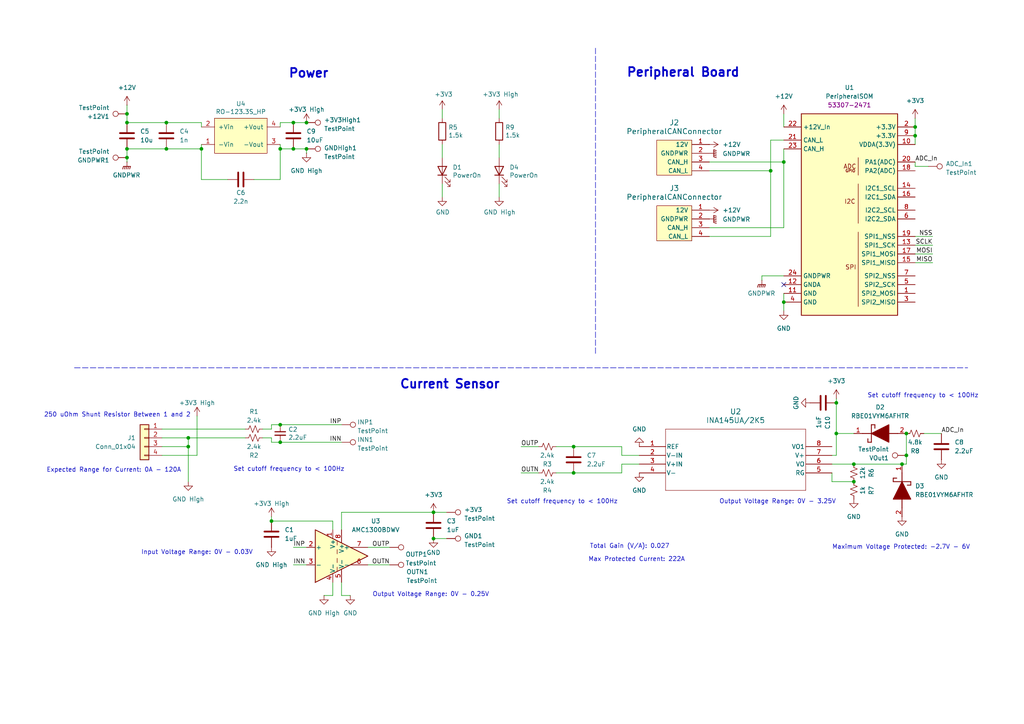
<source format=kicad_sch>
(kicad_sch (version 20231120) (generator "eeschema") (generator_version "8.0")
  (paper "A4")
  (lib_symbols
    (symbol "+3V3_1" (power) (pin_numbers hide) (pin_names (offset 0) hide)
      (property "Value" "+3V3" (at 0 3.556 0))
      (symbol "+3V3_1_0_1"
        (polyline (pts (xy -0.762 1.27) (xy 0 2.54)))
        (polyline (pts (xy 0 0) (xy 0 2.54)))
        (polyline (pts (xy 0 2.54) (xy 0.762 1.27)))
      )
      (symbol "+3V3_1_1_1"
        (pin power_in line (at 0 0 90) (length 0) (name "~") (number "1"))
      )
    )
    (symbol "Amplifier_Difference:AMC1300BDWV" (pin_names (offset 0.127))
      (property "Reference" "U" (at 7.62 8.89 0))
      (property "Value" "AMC1300BDWV" (at 1.27 6.35 0))
      (symbol "AMC1300BDWV_0_1"
        (polyline (pts (xy -1.27 -3.175) (xy -1.27 -4.445)))
        (polyline (pts (xy -1.27 -0.635) (xy -1.27 -1.905)))
        (polyline (pts (xy -1.27 1.905) (xy -1.27 0.635)))
        (polyline (pts (xy -1.27 4.445) (xy -1.27 3.175)))
        (polyline (pts (xy -7.62 -7.62) (xy -7.62 7.62) (xy 7.62 0) (xy -7.62 -7.62)) (stroke (width 0.254)) (fill (type background)))
      )
      (symbol "AMC1300BDWV_1_1"
        (pin power_in line (at -2.54 7.62 270) (length 2.54) (name "V+") (number "1"))
        (pin input line (at -10.16 2.54 0) (length 2.54) (name "+") (number "2"))
        (pin input line (at -10.16 -2.54 0) (length 2.54) (name "-") (number "3"))
        (pin power_in line (at -2.54 -7.62 90) (length 2.54) (name "V-") (number "4"))
        (pin power_in line (at 0 -7.62 90) (length 3.81) (name "V-") (number "5"))
        (pin output line (at 7.62 -2.54 180) (length 5.08) (name "-") (number "6"))
        (pin output line (at 7.62 2.54 180) (length 5.08) (name "+") (number "7"))
        (pin power_in line (at 0 7.62 270) (length 3.81) (name "V+") (number "8"))
      )
    )
    (symbol "Connector:TestPoint" (pin_numbers hide) (pin_names (offset 0.762) hide)
      (property "Reference" "TP" (at 0 6.858 0))
      (property "Value" "TestPoint" (at 0 5.08 0))
      (symbol "TestPoint_0_1"
        (circle (center 0 3.302) (radius 0.762))
      )
      (symbol "TestPoint_1_1"
        (pin passive line (at 0 0 90) (length 2.54) (name "1") (number "1"))
      )
    )
    (symbol "Connector_Generic:Conn_01x04" (pin_names (offset 1.016) hide)
      (property "Reference" "J" (at 0 5.08 0))
      (property "Value" "Conn_01x04" (at 0 -7.62 0))
      (symbol "Conn_01x04_1_1"
        (rectangle (start -1.27 -4.953) (end 0 -5.207) (stroke (width 0.1524)))
        (rectangle (start -1.27 -2.413) (end 0 -2.667) (stroke (width 0.1524)))
        (rectangle (start -1.27 0.127) (end 0 -0.127) (stroke (width 0.1524)))
        (rectangle (start -1.27 2.667) (end 0 2.413) (stroke (width 0.1524)))
        (rectangle (start -1.27 3.81) (end 1.27 -6.35) (stroke (width 0.254)) (fill (type background)))
        (pin passive line (at -5.08 2.54 0) (length 3.81) (name "Pin_1") (number "1"))
        (pin passive line (at -5.08 0 0) (length 3.81) (name "Pin_2") (number "2"))
        (pin passive line (at -5.08 -2.54 0) (length 3.81) (name "Pin_3") (number "3"))
        (pin passive line (at -5.08 -5.08 0) (length 3.81) (name "Pin_4") (number "4"))
      )
    )
    (symbol "Device:C" (pin_numbers hide) (pin_names (offset 0.254))
      (property "Reference" "C" (at 0.635 2.54 0))
      (property "Value" "C" (at 0.635 -2.54 0))
      (symbol "C_0_1"
        (polyline (pts (xy -2.032 -0.762) (xy 2.032 -0.762)) (stroke (width 0.508)))
        (polyline (pts (xy -2.032 0.762) (xy 2.032 0.762)) (stroke (width 0.508)))
      )
      (symbol "C_1_1"
        (pin passive line (at 0 3.81 270) (length 2.794) (name "~") (number "1"))
        (pin passive line (at 0 -3.81 90) (length 2.794) (name "~") (number "2"))
      )
    )
    (symbol "Device:C_Small" (pin_numbers hide) (pin_names (offset 0.254) hide)
      (property "Reference" "C" (at 0.254 1.778 0))
      (property "Value" "C_Small" (at 0.254 -2.032 0))
      (symbol "C_Small_0_1"
        (polyline (pts (xy -1.524 -0.508) (xy 1.524 -0.508)) (stroke (width 0.3302)))
        (polyline (pts (xy -1.524 0.508) (xy 1.524 0.508)) (stroke (width 0.3048)))
      )
      (symbol "C_Small_1_1"
        (pin passive line (at 0 2.54 270) (length 2.032) (name "~") (number "1"))
        (pin passive line (at 0 -2.54 90) (length 2.032) (name "~") (number "2"))
      )
    )
    (symbol "Device:LED" (pin_numbers hide) (pin_names (offset 1.016) hide)
      (property "Reference" "D" (at 0 2.54 0))
      (property "Value" "LED" (at 0 -2.54 0))
      (symbol "LED_0_1"
        (polyline (pts (xy -1.27 -1.27) (xy -1.27 1.27)) (stroke (width 0.254)))
        (polyline (pts (xy -1.27 0) (xy 1.27 0)))
        (polyline (pts (xy 1.27 -1.27) (xy 1.27 1.27) (xy -1.27 0) (xy 1.27 -1.27)) (stroke (width 0.254)))
        (polyline (pts (xy -3.048 -0.762) (xy -4.572 -2.286) (xy -3.81 -2.286) (xy -4.572 -2.286) (xy -4.572 -1.524)))
        (polyline (pts (xy -1.778 -0.762) (xy -3.302 -2.286) (xy -2.54 -2.286) (xy -3.302 -2.286) (xy -3.302 -1.524)))
      )
      (symbol "LED_1_1"
        (pin passive line (at -3.81 0 0) (length 2.54) (name "K") (number "1"))
        (pin passive line (at 3.81 0 180) (length 2.54) (name "A") (number "2"))
      )
    )
    (symbol "Device:R" (pin_numbers hide) (pin_names (offset 0))
      (property "Reference" "R" (at 2.032 0 90))
      (property "Value" "R" (at 0 0 90))
      (symbol "R_0_1"
        (rectangle (start -1.016 -2.54) (end 1.016 2.54) (stroke (width 0.254)))
      )
      (symbol "R_1_1"
        (pin passive line (at 0 3.81 270) (length 1.27) (name "~") (number "1"))
        (pin passive line (at 0 -3.81 90) (length 1.27) (name "~") (number "2"))
      )
    )
    (symbol "Device:R_Small_US" (pin_numbers hide) (pin_names (offset 0.254) hide)
      (property "Reference" "R" (at 0.762 0.508 0))
      (property "Value" "R_Small_US" (at 0.762 -1.016 0))
      (symbol "R_Small_US_1_1"
        (polyline (pts (xy 0 0) (xy 1.016 -0.381) (xy 0 -0.762) (xy -1.016 -1.143) (xy 0 -1.524)))
        (polyline (pts (xy 0 1.524) (xy 1.016 1.143) (xy 0 0.762) (xy -1.016 0.381) (xy 0 0)))
        (pin passive line (at 0 2.54 270) (length 1.016) (name "~") (number "1"))
        (pin passive line (at 0 -2.54 90) (length 1.016) (name "~") (number "2"))
      )
    )
    (symbol "GND_2" (power) (pin_numbers hide) (pin_names (offset 0) hide)
      (property "Value" "GND" (at 0 -3.81 0))
      (symbol "GND_2_0_1"
        (polyline (pts (xy 0 0) (xy 0 -1.27) (xy 1.27 -1.27) (xy 0 -2.54) (xy -1.27 -1.27) (xy 0 -1.27)))
      )
      (symbol "GND_2_1_1"
        (pin power_in line (at 0 0 270) (length 0) (name "~") (number "1"))
      )
    )
    (symbol "GND_3" (power) (pin_numbers hide) (pin_names (offset 0) hide)
      (property "Value" "GND" (at 0 -3.81 0))
      (symbol "GND_3_0_1"
        (polyline (pts (xy 0 0) (xy 0 -1.27) (xy 1.27 -1.27) (xy 0 -2.54) (xy -1.27 -1.27) (xy 0 -1.27)))
      )
      (symbol "GND_3_1_1"
        (pin power_in line (at 0 0 270) (length 0) (name "~") (number "1"))
      )
    )
    (symbol "power:+12V" (power) (pin_numbers hide) (pin_names (offset 0) hide)
      (property "Value" "+12V" (at 0 3.556 0))
      (symbol "+12V_0_1"
        (polyline (pts (xy -0.762 1.27) (xy 0 2.54)))
        (polyline (pts (xy 0 0) (xy 0 2.54)))
        (polyline (pts (xy 0 2.54) (xy 0.762 1.27)))
      )
      (symbol "+12V_1_1"
        (pin power_in line (at 0 0 90) (length 0) (name "~") (number "1"))
      )
    )
    (symbol "power:+3.3V" (power) (pin_names (offset 0))
      (property "Value" "+3.3V" (at 0 3.556 0))
      (symbol "+3.3V_0_1"
        (polyline (pts (xy -0.762 1.27) (xy 0 2.54)))
        (polyline (pts (xy 0 0) (xy 0 2.54)))
        (polyline (pts (xy 0 2.54) (xy 0.762 1.27)))
      )
      (symbol "+3.3V_1_1"
        (pin power_in line (at 0 0 90) (length 0) hide (name "+3V3") (number "1"))
      )
    )
    (symbol "power:+3V3" (power) (pin_names (offset 0))
      (property "Value" "+3V3" (at 0 3.556 0))
      (symbol "+3V3_0_1"
        (polyline (pts (xy -0.762 1.27) (xy 0 2.54)))
        (polyline (pts (xy 0 0) (xy 0 2.54)))
        (polyline (pts (xy 0 2.54) (xy 0.762 1.27)))
      )
      (symbol "+3V3_1_1"
        (pin power_in line (at 0 0 90) (length 0) hide (name "+3V3") (number "1"))
      )
    )
    (symbol "power:GND" (power) (pin_names (offset 0))
      (property "Value" "GND" (at 0 -3.81 0))
      (symbol "GND_0_1"
        (polyline (pts (xy 0 0) (xy 0 -1.27) (xy 1.27 -1.27) (xy 0 -2.54) (xy -1.27 -1.27) (xy 0 -1.27)))
      )
      (symbol "GND_1_1"
        (pin power_in line (at 0 0 270) (length 0) hide (name "GND") (number "1"))
      )
    )
    (symbol "power:GNDPWR" (power) (pin_numbers hide) (pin_names (offset 0) hide)
      (property "Value" "GNDPWR" (at 0 -3.302 0))
      (symbol "GNDPWR_0_1"
        (polyline (pts (xy 0 -1.27) (xy 0 0)))
        (polyline (pts (xy -1.016 -1.27) (xy -1.27 -2.032) (xy -1.27 -2.032)) (stroke (width 0.2032)))
        (polyline (pts (xy -0.508 -1.27) (xy -0.762 -2.032) (xy -0.762 -2.032)) (stroke (width 0.2032)))
        (polyline (pts (xy 0 -1.27) (xy -0.254 -2.032) (xy -0.254 -2.032)) (stroke (width 0.2032)))
        (polyline (pts (xy 0.508 -1.27) (xy 0.254 -2.032) (xy 0.254 -2.032)) (stroke (width 0.2032)))
        (polyline (pts (xy 1.016 -1.27) (xy -1.016 -1.27) (xy -1.016 -1.27)) (stroke (width 0.2032)))
        (polyline (pts (xy 1.016 -1.27) (xy 0.762 -2.032) (xy 0.762 -2.032) (xy 0.762 -2.032)) (stroke (width 0.2032)))
      )
      (symbol "GNDPWR_1_1"
        (pin power_in line (at 0 0 270) (length 0) (name "~") (number "1"))
      )
    )
    (symbol "usvt-chips:INA145UA_2K5" (pin_names (offset 0.254))
      (property "Reference" "U" (at 27.94 10.16 0))
      (property "Value" "INA145UA/2K5" (at 27.94 7.62 0))
      (symbol "INA145UA_2K5_0_1"
        (polyline (pts (xy 7.62 -12.7) (xy 48.26 -12.7)) (stroke (width 0.127)))
        (polyline (pts (xy 7.62 5.08) (xy 7.62 -12.7)) (stroke (width 0.127)))
        (polyline (pts (xy 48.26 -12.7) (xy 48.26 5.08)) (stroke (width 0.127)))
        (polyline (pts (xy 48.26 5.08) (xy 7.62 5.08)) (stroke (width 0.127)))
        (pin unspecified line (at 0 0 0) (length 7.62) (name "REF") (number "1"))
        (pin input line (at 0 -2.54 0) (length 7.62) (name "V-IN") (number "2"))
        (pin input line (at 0 -5.08 0) (length 7.62) (name "V+IN") (number "3"))
        (pin power_in line (at 0 -7.62 0) (length 7.62) (name "V-") (number "4"))
        (pin unspecified line (at 55.88 -7.62 180) (length 7.62) (name "RG") (number "5"))
        (pin output line (at 55.88 -5.08 180) (length 7.62) (name "VO") (number "6"))
        (pin power_in line (at 55.88 -2.54 180) (length 7.62) (name "V+") (number "7"))
        (pin output line (at 55.88 0 180) (length 7.62) (name "VO1") (number "8"))
      )
    )
    (symbol "usvt-chips:RBE01VYM6AFHTR" (pin_names hide)
      (property "Reference" "D" (at 12.7 8.89 0))
      (property "Value" "RBE01VYM6AFHTR" (at 12.7 6.35 0))
      (symbol "RBE01VYM6AFHTR_1_1"
        (polyline (pts (xy 5.08 0) (xy 7.62 0)) (stroke (width 0.254)))
        (polyline (pts (xy 6.604 -1.524) (xy 6.604 -2.54)) (stroke (width 0.254)))
        (polyline (pts (xy 7.62 -2.54) (xy 6.604 -2.54)) (stroke (width 0.254)))
        (polyline (pts (xy 7.62 2.54) (xy 7.62 -2.54)) (stroke (width 0.254)))
        (polyline (pts (xy 7.62 2.54) (xy 8.636 2.54)) (stroke (width 0.254)))
        (polyline (pts (xy 8.636 1.524) (xy 8.636 2.54)) (stroke (width 0.254)))
        (polyline (pts (xy 12.7 0) (xy 15.24 0)) (stroke (width 0.254)))
        (polyline (pts (xy 7.62 0) (xy 12.7 2.54) (xy 12.7 -2.54) (xy 7.62 0)) (stroke (width 0.254)) (fill (type outline)))
        (pin passive line (at 2.54 0 0) (length 2.54) (name "K") (number "1"))
        (pin passive line (at 17.78 0 180) (length 2.54) (name "A") (number "2"))
      )
    )
    (symbol "utsvt-connectors:PeripheralCANConnector" (pin_names (offset 1.016))
      (property "Reference" "J" (at 1.27 -6.35 0))
      (property "Value" "PeripheralCANConnector" (at 0 6.35 0))
      (symbol "PeripheralCANConnector_0_1"
        (rectangle (start -5.08 5.08) (end 5.08 -5.08) (fill (type background)))
      )
      (symbol "PeripheralCANConnector_1_1"
        (pin power_in line (at 10.16 3.81 180) (length 5.08) (name "12V") (number "1"))
        (pin power_in line (at 10.16 1.27 180) (length 5.08) (name "GNDPWR") (number "2"))
        (pin bidirectional line (at 10.16 -1.27 180) (length 5.08) (name "CAN_H") (number "3"))
        (pin bidirectional line (at 10.16 -3.81 180) (length 5.08) (name "CAN_L") (number "4"))
      )
    )
    (symbol "utsvt-misc:PeripheralSOM"
      (property "Reference" "U" (at -13.716 30.48 0))
      (property "Value" "PeripheralSOM" (at 7.112 30.48 0))
      (property "P/N" "53307-2471" (at 0 0 0))
      (symbol "PeripheralSOM_1_1"
        (rectangle (start -13.97 29.21) (end 13.97 -29.21) (stroke (width 0.254)) (fill (type background)))
        (polyline (pts (xy 2.54 -5.08) (xy 2.54 -26.67)))
        (polyline (pts (xy 2.54 8.89) (xy 2.54 -2.54)))
        (polyline (pts (xy 2.54 16.51) (xy 2.54 11.43)))
        (text "ADC" (at 2.032 13.97 0) (effects (font (size 1.27 1.27)) (justify right)))
        (text "GPIO" (at 1.778 12.7 0) (effects (font (size 0.8 0.8)) (justify right)))
        (text "I2C" (at 1.778 3.81 0) (effects (font (size 1.27 1.27)) (justify right)))
        (text "SPI" (at 2.032 -15.24 0) (effects (font (size 1.27 1.27)) (justify right)))
        (pin passive line (at 19.05 -22.86 180) (length 5.08) (name "SPI2_MOSI") (number "1"))
        (pin passive line (at 19.05 20.32 180) (length 5.08) (name "VDDA(3.3V)") (number "10"))
        (pin output line (at -19.05 -22.86 0) (length 5.08) (name "GND") (number "11"))
        (pin output line (at -19.05 -20.32 0) (length 5.08) (name "GNDA") (number "12"))
        (pin passive line (at 19.05 -8.89 180) (length 5.08) (name "SPI1_SCK") (number "13"))
        (pin passive line (at 19.05 7.62 180) (length 5.08) (name "I2C1_SCL") (number "14"))
        (pin passive line (at 19.05 -13.97 180) (length 5.08) (name "SPI1_MISO") (number "15"))
        (pin passive line (at 19.05 5.08 180) (length 5.08) (name "I2C1_SDA") (number "16"))
        (pin passive line (at 19.05 -11.43 180) (length 5.08) (name "SPI1_MOSI") (number "17"))
        (pin passive line (at 19.05 12.7 180) (length 5.08) (name "PA2(ADC)") (number "18"))
        (pin passive line (at 19.05 -6.35 180) (length 5.08) (name "SPI1_NSS") (number "19"))
        (pin passive line (at 19.05 25.4 180) (length 5.08) (name "+3.3V") (number "2"))
        (pin passive line (at 19.05 15.24 180) (length 5.08) (name "PA1(ADC)") (number "20"))
        (pin passive line (at -19.05 21.59 0) (length 5.08) (name "CAN_L") (number "21"))
        (pin input line (at -19.05 25.4 0) (length 5.08) (name "+12V_In") (number "22"))
        (pin passive line (at -19.05 19.05 0) (length 5.08) (name "CAN_H") (number "23"))
        (pin passive line (at -19.05 -17.78 0) (length 5.08) (name "GNDPWR") (number "24"))
        (pin passive line (at 19.05 -25.4 180) (length 5.08) (name "SPI2_MISO") (number "3"))
        (pin output line (at -19.05 -25.4 0) (length 5.08) (name "GND") (number "4"))
        (pin passive line (at 19.05 -20.32 180) (length 5.08) (name "SPI2_SCK") (number "5"))
        (pin passive line (at 19.05 -1.27 180) (length 5.08) (name "I2C2_SDA") (number "6"))
        (pin passive line (at 19.05 -17.78 180) (length 5.08) (name "SPI2_NSS") (number "7"))
        (pin passive line (at 19.05 1.27 180) (length 5.08) (name "I2C2_SCL") (number "8"))
        (pin output line (at 19.05 22.86 180) (length 5.08) (name "+3.3V") (number "9"))
      )
    )
    (symbol "utsvt-power-regulators:RO-123.3S_HP" (pin_names (offset 1.016))
      (property "Reference" "U" (at 0 10.16 0))
      (property "Value" "RO-123.3S_HP" (at 0 7.62 0))
      (symbol "RO-123.3S_HP_1_1"
        (rectangle (start -7.62 5.08) (end 7.62 -5.08) (fill (type background)))
        (pin input line (at -11.43 -2.54 0) (length 3.81) (name "-Vin") (number "1"))
        (pin power_in line (at -11.43 2.54 0) (length 3.81) (name "+Vin") (number "2"))
        (pin power_out line (at 11.43 -2.54 180) (length 3.81) (name "-Vout") (number "3"))
        (pin power_out line (at 11.43 2.54 180) (length 3.81) (name "+Vout") (number "4"))
      )
    )
  )
  (junction (at 85.09 35.56))
  (junction (at 36.83 35.56))
  (junction (at 88.9 35.56))
  (junction (at 85.09 43.18))
  (junction (at 227.33 46.99))
  (junction (at 242.57 116.84))
  (junction (at 265.43 36.83))
  (junction (at 223.52 49.53))
  (junction (at 36.83 43.18))
  (junction (at 88.9 43.18))
  (junction (at 265.43 39.37))
  (junction (at 36.83 45.72))
  (junction (at 81.28 43.18))
  (junction (at 48.26 35.56))
  (junction (at 125.73 156.21))
  (junction (at 166.37 129.54))
  (junction (at 262.89 132.08))
  (junction (at 227.33 87.63))
  (junction (at 54.61 127))
  (junction (at 78.74 151.13))
  (junction (at 261.62 134.62))
  (junction (at 125.73 148.59))
  (junction (at 247.65 134.62))
  (junction (at 166.37 137.16))
  (junction (at 81.28 123.19))
  (junction (at 262.89 125.73))
  (junction (at 81.28 128.27))
  (junction (at 54.61 129.54))
  (junction (at 247.65 139.7))
  (junction (at 36.83 33.02))
  (junction (at 48.26 43.18))
  (junction (at 242.57 125.73))
  (junction (at 58.42 43.18))
  (no_connect (at 227.33 82.55))
  (wire (pts (xy 54.61 129.54) (xy 54.61 139.7)))
  (wire (pts (xy 129.54 148.59) (xy 125.73 148.59)))
  (wire (pts (xy 78.74 151.13) (xy 96.52 151.13)))
  (wire (pts (xy 205.74 66.04) (xy 227.33 66.04)))
  (wire (pts (xy 180.34 137.16) (xy 166.37 137.16)))
  (wire (pts (xy 48.26 43.18) (xy 58.42 43.18)))
  (wire (pts (xy 78.74 127) (xy 78.74 128.27)))
  (wire (pts (xy 128.27 31.75) (xy 128.27 34.29)))
  (wire (pts (xy 81.28 35.56) (xy 81.28 36.83)))
  (wire (pts (xy 144.78 41.91) (xy 144.78 45.72)))
  (wire (pts (xy 223.52 49.53) (xy 223.52 40.64)))
  (wire (pts (xy 265.43 48.26) (xy 265.43 46.99)))
  (wire (pts (xy 81.28 128.27) (xy 99.06 128.27)))
  (wire (pts (xy 262.89 125.73) (xy 262.89 132.08)))
  (wire (pts (xy 78.74 123.19) (xy 81.28 123.19)))
  (wire (pts (xy 96.52 153.67) (xy 96.52 151.13)))
  (wire (pts (xy 261.62 134.62) (xy 247.65 134.62)))
  (wire (pts (xy 220.98 80.01) (xy 220.98 81.28)))
  (wire (pts (xy 57.15 120.65) (xy 57.15 132.08)))
  (wire (pts (xy 58.42 35.56) (xy 58.42 36.83)))
  (wire (pts (xy 93.98 172.72) (xy 96.52 172.72)))
  (wire (pts (xy 76.2 127) (xy 78.74 127)))
  (wire (pts (xy 265.43 68.58) (xy 270.51 68.58)))
  (wire (pts (xy 99.06 148.59) (xy 125.73 148.59)))
  (wire (pts (xy 262.89 132.08) (xy 262.89 134.62)))
  (wire (pts (xy 247.65 139.7) (xy 241.3 139.7)))
  (wire (pts (xy 241.3 134.62) (xy 247.65 134.62)))
  (wire (pts (xy 54.61 127) (xy 71.12 127)))
  (wire (pts (xy 88.9 43.18) (xy 88.9 44.45)))
  (wire (pts (xy 180.34 134.62) (xy 185.42 134.62)))
  (wire (pts (xy 36.83 45.72) (xy 36.83 46.99)))
  (wire (pts (xy 227.33 66.04) (xy 227.33 46.99)))
  (wire (pts (xy 205.74 68.58) (xy 223.52 68.58)))
  (wire (pts (xy 85.09 158.75) (xy 88.9 158.75)))
  (wire (pts (xy 267.97 125.73) (xy 273.05 125.73)))
  (wire (pts (xy 46.99 129.54) (xy 54.61 129.54)))
  (wire (pts (xy 81.28 43.18) (xy 85.09 43.18)))
  (wire (pts (xy 265.43 34.29) (xy 265.43 36.83)))
  (wire (pts (xy 58.42 41.91) (xy 58.42 43.18)))
  (wire (pts (xy 96.52 172.72) (xy 96.52 168.91)))
  (wire (pts (xy 128.27 53.34) (xy 128.27 57.15)))
  (wire (pts (xy 81.28 43.18) (xy 81.28 41.91)))
  (wire (pts (xy 66.04 52.07) (xy 58.42 52.07)))
  (wire (pts (xy 265.43 73.66) (xy 270.51 73.66)))
  (wire (pts (xy 106.68 158.75) (xy 113.03 158.75)))
  (wire (pts (xy 76.2 124.46) (xy 78.74 124.46)))
  (wire (pts (xy 46.99 124.46) (xy 71.12 124.46)))
  (wire (pts (xy 265.43 36.83) (xy 265.43 39.37)))
  (wire (pts (xy 48.26 35.56) (xy 58.42 35.56)))
  (wire (pts (xy 57.15 132.08) (xy 46.99 132.08)))
  (wire (pts (xy 73.66 52.07) (xy 81.28 52.07)))
  (wire (pts (xy 58.42 43.18) (xy 58.42 52.07)))
  (wire (pts (xy 242.57 125.73) (xy 242.57 132.08)))
  (wire (pts (xy 78.74 124.46) (xy 78.74 123.19)))
  (wire (pts (xy 205.74 46.99) (xy 227.33 46.99)))
  (wire (pts (xy 227.33 46.99) (xy 227.33 43.18)))
  (wire (pts (xy 227.33 33.02) (xy 227.33 36.83)))
  (wire (pts (xy 180.34 132.08) (xy 185.42 132.08)))
  (polyline (pts (xy 21.59 106.68) (xy 280.67 106.68)) (stroke (width 0) (type dash)))
  (polyline (pts (xy 172.72 13.97) (xy 172.72 102.87)) (stroke (width 0) (type dash)))
  (wire (pts (xy 241.3 139.7) (xy 241.3 137.16)))
  (wire (pts (xy 144.78 53.34) (xy 144.78 57.15)))
  (wire (pts (xy 223.52 40.64) (xy 227.33 40.64)))
  (wire (pts (xy 161.29 137.16) (xy 166.37 137.16)))
  (wire (pts (xy 151.13 137.16) (xy 156.21 137.16)))
  (wire (pts (xy 81.28 123.19) (xy 99.06 123.19)))
  (wire (pts (xy 180.34 134.62) (xy 180.34 137.16)))
  (wire (pts (xy 85.09 35.56) (xy 88.9 35.56)))
  (wire (pts (xy 269.24 48.26) (xy 265.43 48.26)))
  (wire (pts (xy 227.33 80.01) (xy 220.98 80.01)))
  (wire (pts (xy 180.34 129.54) (xy 166.37 129.54)))
  (wire (pts (xy 161.29 129.54) (xy 166.37 129.54)))
  (wire (pts (xy 265.43 71.12) (xy 270.51 71.12)))
  (wire (pts (xy 99.06 153.67) (xy 99.06 148.59)))
  (wire (pts (xy 242.57 132.08) (xy 241.3 132.08)))
  (wire (pts (xy 242.57 115.57) (xy 242.57 116.84)))
  (wire (pts (xy 36.83 35.56) (xy 48.26 35.56)))
  (wire (pts (xy 85.09 43.18) (xy 88.9 43.18)))
  (wire (pts (xy 36.83 43.18) (xy 48.26 43.18)))
  (wire (pts (xy 265.43 76.2) (xy 270.51 76.2)))
  (wire (pts (xy 81.28 52.07) (xy 81.28 43.18)))
  (wire (pts (xy 78.74 149.86) (xy 78.74 151.13)))
  (wire (pts (xy 78.74 128.27) (xy 81.28 128.27)))
  (wire (pts (xy 223.52 68.58) (xy 223.52 49.53)))
  (wire (pts (xy 129.54 156.21) (xy 125.73 156.21)))
  (wire (pts (xy 101.6 172.72) (xy 99.06 172.72)))
  (wire (pts (xy 36.83 33.02) (xy 36.83 35.56)))
  (wire (pts (xy 46.99 127) (xy 54.61 127)))
  (wire (pts (xy 106.68 163.83) (xy 113.03 163.83)))
  (wire (pts (xy 242.57 116.84) (xy 242.57 125.73)))
  (wire (pts (xy 36.83 30.48) (xy 36.83 33.02)))
  (wire (pts (xy 36.83 43.18) (xy 36.83 45.72)))
  (wire (pts (xy 265.43 39.37) (xy 265.43 41.91)))
  (wire (pts (xy 85.09 163.83) (xy 88.9 163.83)))
  (wire (pts (xy 54.61 127) (xy 54.61 129.54)))
  (wire (pts (xy 99.06 172.72) (xy 99.06 168.91)))
  (wire (pts (xy 151.13 129.54) (xy 156.21 129.54)))
  (wire (pts (xy 205.74 49.53) (xy 223.52 49.53)))
  (wire (pts (xy 180.34 129.54) (xy 180.34 132.08)))
  (wire (pts (xy 227.33 85.09) (xy 227.33 87.63)))
  (wire (pts (xy 227.33 87.63) (xy 227.33 90.17)))
  (wire (pts (xy 262.89 134.62) (xy 261.62 134.62)))
  (wire (pts (xy 128.27 41.91) (xy 128.27 45.72)))
  (wire (pts (xy 242.57 125.73) (xy 247.65 125.73)))
  (wire (pts (xy 81.28 35.56) (xy 85.09 35.56)))
  (wire (pts (xy 144.78 31.75) (xy 144.78 34.29)))
  (text "Maximum Voltage Protected: -2.7V - 6V" (at 261.366 158.75 0) (effects (font (size 1.27 1.27))))
  (text "Output Voltage Range: 0V - 3.25V" (at 225.552 145.542 0) (effects (font (size 1.27 1.27))))
  (text "Total Gain (V/A): 0.027" (at 182.626 158.496 0) (effects (font (size 1.27 1.27))))
  (text "Output Voltage Range: 0V - 0.25V" (at 124.968 172.466 0) (effects (font (size 1.27 1.27))))
  (text "Peripheral Board" (at 181.61 22.606 0) (effects (font (size 2.54 2.54) (thickness 0.508) (bold yes)) (justify left bottom)))
  (text "Set cutoff frequency to < 100Hz" (at 83.82 136.144 0) (effects (font (size 1.27 1.27))))
  (text "Set cutoff frequency to < 100Hz" (at 163.068 145.542 0) (effects (font (size 1.27 1.27))))
  (text "Input Voltage Range: 0V - 0.03V" (at 57.15 160.274 0) (effects (font (size 1.27 1.27))))
  (text "Set cutoff frequency to < 100Hz" (at 267.716 114.808 0) (effects (font (size 1.27 1.27))))
  (text "Current Sensor" (at 115.824 113.03 0) (effects (font (size 2.54 2.54) (thickness 0.508) (bold yes)) (justify left bottom)))
  (text "Power" (at 83.566 22.86 0) (effects (font (size 2.54 2.54) (thickness 0.508) (bold yes)) (justify left bottom)))
  (text "Expected Range for Current: 0A - 120A" (at 33.02 136.398 0) (effects (font (size 1.27 1.27))))
  (text "250 uOhm Shunt Resistor Between 1 and 2\n" (at 34.036 120.396 0) (effects (font (size 1.27 1.27))))
  (text "Max Protected Current: 222A" (at 184.658 162.306 0) (effects (font (size 1.27 1.27))))
  (label "INP" (at 99.06 123.19 180))
  (label "MISO" (at 270.51 76.2 180))
  (label "SCLK" (at 270.51 71.12 180))
  (label "OUTN" (at 113.03 163.83 180))
  (label "INN" (at 85.09 163.83 0))
  (label "NSS" (at 270.51 68.58 180))
  (label "MOSI" (at 270.51 73.66 180))
  (label "ADC_In" (at 265.43 46.99 0))
  (label "ADC_In" (at 273.05 125.73 0))
  (label "INN" (at 99.06 128.27 180))
  (label "OUTN" (at 151.13 137.16 0))
  (label "OUTP" (at 151.13 129.54 0))
  (label "OUTP" (at 113.03 158.75 180))
  (label "INP" (at 85.09 158.75 0))
  (symbol (lib_id "power:+12V") (at 36.83 30.48 0) (unit 1)
    (property "Reference" "#PWR05" (effects (hide yes)))
    (property "Value" "+12V" (at 36.83 25.4 0))
    (property "Description" "Power symbol creates a global label with name \"+12V\"" (effects (hide yes)))
  )
  (symbol (lib_id "power:+12V") (at 205.74 41.91 270) (unit 1)
    (property "Reference" "#PWR027" (effects (hide yes)))
    (property "Value" "+12V" (at 209.55 41.9099 90) (effects (justify left)))
    (property "Description" "Power symbol creates a global label with name \"+12V\"" (effects (hide yes)))
  )
  (symbol (lib_name "GND_2") (lib_id "power:GND") (at 78.74 158.75 0) (unit 1)
    (property "Reference" "#PWR03" (effects (hide yes)))
    (property "Value" "GND High" (at 78.74 163.83 0))
    (property "Description" "Power symbol creates a global label with name \"GND\" , ground" (effects (hide yes)))
  )
  (symbol (lib_id "Device:R") (at 144.78 38.1 0) (unit 1)
    (property "Reference" "R9" (at 146.558 36.9316 0) (effects (justify left)))
    (property "Value" "1.5k" (at 146.558 39.243 0) (effects (justify left)))
    (property "Footprint" "Resistor_SMD:R_0805_2012Metric" (effects (hide yes)))
    (property "Mfg" "SDR10EZPJ152" (effects (hide yes)))
  )
  (symbol (lib_id "utsvt-power-regulators:RO-123.3S_HP") (at 69.85 39.37 0) (unit 1)
    (property "Reference" "U4" (at 69.85 30.099 0))
    (property "Value" "RO-123.3S_HP" (at 69.85 32.4104 0))
    (property "Footprint" "UTSVT_ICs:RI3_DC_Converter" (effects (hide yes)))
    (property "Datasheet" "https://www.mouser.com/datasheet/2/468/RO-1711124.pdf" (effects (hide yes)))
    (property "Mfg" "RM-123.3S/H" (effects (hide yes)))
  )
  (symbol (lib_id "Device:R_Small_US") (at 73.66 127 270) (unit 1)
    (property "Reference" "R2" (at 73.66 132.08 90))
    (property "Value" "2.4k" (at 73.66 129.54 90))
    (property "Footprint" "Resistor_SMD:R_0805_2012Metric" (effects (hide yes)))
    (property "Mfg" "CRCW08051K20FKEA" (effects (hide yes)))
  )
  (symbol (lib_id "Connector:TestPoint") (at 36.83 33.02 90) (unit 1)
    (property "Reference" "+12V1" (at 31.75 33.782 90) (effects (justify left)))
    (property "Value" "TestPoint" (at 31.75 31.242 90) (effects (justify left)))
    (property "Footprint" "TestPoint:TestPoint_Keystone_5005-5009_Compact" (effects (hide yes)))
    (property "Description" "test point" (effects (hide yes)))
  )
  (symbol (lib_name "GND_2") (lib_id "power:GND") (at 247.65 144.78 0) (unit 1)
    (property "Reference" "#PWR022" (effects (hide yes)))
    (property "Value" "GND" (at 247.65 149.86 0))
    (property "Description" "Power symbol creates a global label with name \"GND\" , ground" (effects (hide yes)))
  )
  (symbol (lib_id "power:+12V") (at 227.33 33.02 0) (unit 1)
    (property "Reference" "#PWR010" (effects (hide yes)))
    (property "Value" "+12V" (at 227.33 27.94 0))
    (property "Description" "Power symbol creates a global label with name \"+12V\"" (effects (hide yes)))
  )
  (symbol (lib_name "GND_2") (lib_id "power:GND") (at 261.62 149.86 0) (unit 1)
    (property "Reference" "#PWR023" (effects (hide yes)))
    (property "Value" "GND" (at 261.62 154.94 0))
    (property "Description" "Power symbol creates a global label with name \"GND\" , ground" (effects (hide yes)))
  )
  (symbol (lib_id "power:GND") (at 144.78 57.15 0) (unit 1)
    (property "Reference" "#PWR031" (effects (hide yes)))
    (property "Value" "GND High" (at 144.907 61.5442 0))
  )
  (symbol (lib_id "power:+3V3") (at 88.9 35.56 0) (unit 1)
    (property "Reference" "#PWR015" (effects (hide yes)))
    (property "Value" "+3V3 High" (at 88.9 31.75 0))
  )
  (symbol (lib_id "Device:C") (at 85.09 39.37 0) (unit 1)
    (property "Reference" "C9" (at 88.9 38.0999 0) (effects (justify left)))
    (property "Value" "10uF" (at 88.9 40.6399 0) (effects (justify left)))
    (property "Footprint" "Capacitor_SMD:C_0805_2012Metric" (effects (hide yes)))
    (property "Description" "Unpolarized capacitor" (effects (hide yes)))
  )
  (symbol (lib_id "Device:C") (at 36.83 39.37 0) (unit 1)
    (property "Reference" "C5" (at 40.64 38.0999 0) (effects (justify left)))
    (property "Value" "10u" (at 40.64 40.6399 0) (effects (justify left)))
    (property "Footprint" "Capacitor_SMD:C_0805_2012Metric" (effects (hide yes)))
    (property "Description" "Unpolarized capacitor" (effects (hide yes)))
  )
  (symbol (lib_id "power:+3V3") (at 78.74 149.86 0) (unit 1)
    (property "Reference" "#PWR04" (effects (hide yes)))
    (property "Value" "+3V3 High" (at 78.74 146.05 0))
  )
  (symbol (lib_id "power:GNDPWR") (at 205.74 44.45 90) (unit 1)
    (property "Reference" "#PWR025" (effects (hide yes)))
    (property "Value" "GNDPWR" (at 209.55 44.5769 90) (effects (justify right)))
    (property "Description" "Power symbol creates a global label with name \"GNDPWR\" , global ground" (effects (hide yes)))
  )
  (symbol (lib_id "Connector:TestPoint") (at 129.54 156.21 270) (unit 1)
    (property "Reference" "GND1" (at 134.62 155.448 90) (effects (justify left)))
    (property "Value" "TestPoint" (at 134.62 157.988 90) (effects (justify left)))
    (property "Footprint" "TestPoint:TestPoint_Keystone_5005-5009_Compact" (effects (hide yes)))
    (property "Description" "test point" (effects (hide yes)))
  )
  (symbol (lib_id "Connector:TestPoint") (at 99.06 128.27 270) (unit 1)
    (property "Reference" "INN1" (at 103.632 127.508 90) (effects (justify left)))
    (property "Value" "TestPoint" (at 103.632 130.048 90) (effects (justify left)))
    (property "Footprint" "TestPoint:TestPoint_Keystone_5005-5009_Compact" (effects (hide yes)))
    (property "Description" "test point" (effects (hide yes)))
  )
  (symbol (lib_id "Device:R") (at 128.27 38.1 0) (unit 1)
    (property "Reference" "R5" (at 130.048 36.9316 0) (effects (justify left)))
    (property "Value" "1.5k" (at 130.048 39.243 0) (effects (justify left)))
    (property "Footprint" "Resistor_SMD:R_0805_2012Metric" (effects (hide yes)))
    (property "Mfg" "SDR10EZPJ152" (effects (hide yes)))
  )
  (symbol (lib_name "+3V3_1") (lib_id "power:+3V3") (at 125.73 148.59 0) (unit 1)
    (property "Reference" "#PWR08" (effects (hide yes)))
    (property "Value" "+3V3" (at 125.73 143.51 0))
    (property "Description" "Power symbol creates a global label with name \"+3V3\"" (effects (hide yes)))
  )
  (symbol (lib_id "Device:C") (at 166.37 133.35 0) (unit 1)
    (property "Reference" "C7" (at 170.18 132.0799 0) (effects (justify left)))
    (property "Value" "2.2uF" (at 170.18 134.6199 0) (effects (justify left)))
    (property "Footprint" "Capacitor_SMD:C_0805_2012Metric" (effects (hide yes)))
    (property "Description" "Unpolarized capacitor" (effects (hide yes)))
  )
  (symbol (lib_name "GND_2") (lib_id "power:GND") (at 54.61 139.7 0) (unit 1)
    (property "Reference" "#PWR013" (effects (hide yes)))
    (property "Value" "GND High" (at 54.61 144.78 0))
    (property "Description" "Power symbol creates a global label with name \"GND\" , ground" (effects (hide yes)))
  )
  (symbol (lib_name "GND_2") (lib_id "power:GND") (at 273.05 133.35 0) (unit 1)
    (property "Reference" "#PWR024" (effects (hide yes)))
    (property "Value" "GND" (at 273.05 138.43 0))
    (property "Description" "Power symbol creates a global label with name \"GND\" , ground" (effects (hide yes)))
  )
  (symbol (lib_id "Device:R_Small_US") (at 158.75 129.54 270) (unit 1)
    (property "Reference" "R3" (at 158.75 134.62 90))
    (property "Value" "2.4k" (at 158.75 132.08 90))
    (property "Footprint" "Resistor_SMD:R_0805_2012Metric" (effects (hide yes)))
    (property "Mfg" "CRCW08051K20FKEA" (effects (hide yes)))
  )
  (symbol (lib_name "GND_2") (lib_id "power:GND") (at 234.95 116.84 270) (unit 1)
    (property "Reference" "#PWR029" (effects (hide yes)))
    (property "Value" "GND" (at 230.886 116.84 0))
    (property "Description" "Power symbol creates a global label with name \"GND\" , ground" (effects (hide yes)))
  )
  (symbol (lib_id "Connector_Generic:Conn_01x04") (at 41.91 127 0) (mirror y) (unit 1)
    (property "Reference" "J1" (at 39.37 126.9999 0) (effects (justify left)))
    (property "Value" "Conn_01x04" (at 39.37 129.5399 0) (effects (justify left)))
    (property "Footprint" "Connector_PinSocket_2.54mm:PinSocket_1x04_P2.54mm_Vertical" (effects (hide yes)))
    (property "Description" "Generic connector, single row, 01x04, script generated (kicad-library-utils/schlib/autogen/connector/)" (effects (hide yes)))
  )
  (symbol (lib_id "power:+3V3") (at 57.15 120.65 0) (unit 1)
    (property "Reference" "#PWR06" (effects (hide yes)))
    (property "Value" "+3V3 High" (at 57.15 116.84 0))
  )
  (symbol (lib_id "power:+12V") (at 205.74 60.96 270) (unit 1)
    (property "Reference" "#PWR028" (effects (hide yes)))
    (property "Value" "+12V" (at 209.55 60.9599 90) (effects (justify left)))
    (property "Description" "Power symbol creates a global label with name \"+12V\"" (effects (hide yes)))
  )
  (symbol (lib_id "power:GNDPWR") (at 205.74 63.5 90) (unit 1)
    (property "Reference" "#PWR026" (effects (hide yes)))
    (property "Value" "GNDPWR" (at 209.55 63.6269 90) (effects (justify right)))
    (property "Description" "Power symbol creates a global label with name \"GNDPWR\" , global ground" (effects (hide yes)))
  )
  (symbol (lib_id "Device:C") (at 69.85 52.07 90) (unit 1)
    (property "Reference" "C6" (at 69.85 55.88 90))
    (property "Value" "2.2n" (at 69.85 58.42 90))
    (property "Footprint" "Capacitor_SMD:C_0805_2012Metric" (effects (hide yes)))
    (property "Mfg" "C0805J222K5RACAUTO" (effects (hide yes)))
  )
  (symbol (lib_id "Device:R_Small_US") (at 247.65 142.24 0) (unit 1)
    (property "Reference" "R7" (at 252.73 142.24 90))
    (property "Value" "1k" (at 250.19 142.24 90))
    (property "Footprint" "Resistor_SMD:R_0805_2012Metric" (effects (hide yes)))
    (property "Mfg" "CRCW08051K20FKEA" (effects (hide yes)))
  )
  (symbol (lib_id "Connector:TestPoint") (at 269.24 48.26 270) (unit 1)
    (property "Reference" "ADC_In1" (at 274.32 47.498 90) (effects (justify left)))
    (property "Value" "TestPoint" (at 274.32 50.038 90) (effects (justify left)))
    (property "Footprint" "TestPoint:TestPoint_Keystone_5005-5009_Compact" (effects (hide yes)))
    (property "Description" "test point" (effects (hide yes)))
  )
  (symbol (lib_name "GND_2") (lib_id "power:GND") (at 88.9 44.45 0) (unit 1)
    (property "Reference" "#PWR016" (effects (hide yes)))
    (property "Value" "GND High" (at 88.9 49.53 0))
    (property "Description" "Power symbol creates a global label with name \"GND\" , ground" (effects (hide yes)))
  )
  (symbol (lib_id "power:GND") (at 128.27 57.15 0) (unit 1)
    (property "Reference" "#PWR020" (effects (hide yes)))
    (property "Value" "GND" (at 128.397 61.5442 0))
  )
  (symbol (lib_name "GND_2") (lib_id "power:GND") (at 185.42 129.54 180) (unit 1)
    (property "Reference" "#PWR018" (effects (hide yes)))
    (property "Value" "GND" (at 185.42 124.46 0))
    (property "Description" "Power symbol creates a global label with name \"GND\" , ground" (effects (hide yes)))
  )
  (symbol (lib_id "power:+3.3V") (at 128.27 31.75 0) (unit 1)
    (property "Reference" "#PWR019" (effects (hide yes)))
    (property "Value" "+3V3" (at 128.651 27.3558 0))
  )
  (symbol (lib_id "Device:C") (at 48.26 39.37 0) (unit 1)
    (property "Reference" "C4" (at 52.07 38.0999 0) (effects (justify left)))
    (property "Value" "1n" (at 52.07 40.6399 0) (effects (justify left)))
    (property "Footprint" "Capacitor_SMD:C_0805_2012Metric" (effects (hide yes)))
    (property "Description" "Unpolarized capacitor" (effects (hide yes)))
  )
  (symbol (lib_id "Device:LED") (at 144.78 49.53 90) (unit 1)
    (property "Reference" "D4" (at 147.7772 48.5394 90) (effects (justify right)))
    (property "Value" "PowerOn" (at 147.7772 50.8508 90) (effects (justify right)))
    (property "Footprint" "LED_SMD:LED_0805_2012Metric" (effects (hide yes)))
    (property "Mfg" "APTD2012LCGCK" (effects (hide yes)))
  )
  (symbol (lib_id "Device:C") (at 125.73 152.4 0) (unit 1)
    (property "Reference" "C3" (at 129.54 151.1299 0) (effects (justify left)))
    (property "Value" "1uF" (at 129.54 153.6699 0) (effects (justify left)))
    (property "Footprint" "Capacitor_SMD:C_0805_2012Metric" (effects (hide yes)))
    (property "Description" "Unpolarized capacitor" (effects (hide yes)))
  )
  (symbol (lib_id "Connector:TestPoint") (at 88.9 43.18 270) (unit 1)
    (property "Reference" "GNDHigh1" (at 93.98 42.926 90) (effects (justify left)))
    (property "Value" "TestPoint" (at 93.98 45.466 90) (effects (justify left)))
    (property "Footprint" "TestPoint:TestPoint_Keystone_5005-5009_Compact" (effects (hide yes)))
    (property "Description" "test point" (effects (hide yes)))
  )
  (symbol (lib_id "Amplifier_Difference:AMC1300BDWV") (at 99.06 161.29 0) (unit 1)
    (property "Reference" "U3" (at 108.966 151.13 0))
    (property "Value" "AMC1300BDWV" (at 108.966 153.67 0))
    (property "Footprint" "Package_SO:SOIC-8_7.5x5.85mm_P1.27mm" (effects (hide yes)))
    (property "Datasheet" "http://www.ti.com/lit/ds/symlink/amc1300.pdf" (effects (hide yes)))
    (property "Description" "Fully-differental precision isolated amplifier, ±250-mV Input, reinforced isloation, fixed Gain = 8.2, peak isolation voltage 7071V, transient immunity 100kV/us, UL1577/VDE V 0884-11 approved, SOIC-8" (effects (hide yes)))
  )
  (symbol (lib_name "+3V3_1") (lib_id "power:+3V3") (at 242.57 115.57 0) (unit 1)
    (property "Reference" "#PWR021" (effects (hide yes)))
    (property "Value" "+3V3" (at 242.57 110.49 0))
    (property "Description" "Power symbol creates a global label with name \"+3V3\"" (effects (hide yes)))
  )
  (symbol (lib_id "Device:C") (at 78.74 154.94 0) (unit 1)
    (property "Reference" "C1" (at 82.55 153.6699 0) (effects (justify left)))
    (property "Value" "1uF" (at 82.55 156.2099 0) (effects (justify left)))
    (property "Footprint" "Capacitor_SMD:C_0805_2012Metric" (effects (hide yes)))
    (property "Description" "Unpolarized capacitor" (effects (hide yes)))
  )
  (symbol (lib_id "Device:R_Small_US") (at 158.75 137.16 270) (unit 1)
    (property "Reference" "R4" (at 158.75 142.24 90))
    (property "Value" "2.4k" (at 158.75 139.7 90))
    (property "Footprint" "Resistor_SMD:R_0805_2012Metric" (effects (hide yes)))
    (property "Mfg" "CRCW08051K20FKEA" (effects (hide yes)))
  )
  (symbol (lib_id "usvt-chips:INA145UA_2K5") (at 185.42 129.54 0) (unit 1)
    (property "Reference" "U2" (at 213.36 119.38 0) (effects (font (size 1.524 1.524))))
    (property "Value" "INA145UA/2K5" (at 213.36 121.92 0) (effects (font (size 1.524 1.524))))
    (property "Footprint" "Parts:D8" (effects (hide yes)))
    (property "Datasheet" "INA145UA/2K5" (effects (hide yes)))
  )
  (symbol (lib_id "Device:R_Small_US") (at 247.65 137.16 0) (unit 1)
    (property "Reference" "R6" (at 252.73 137.16 90))
    (property "Value" "12k" (at 250.19 137.16 90))
    (property "Footprint" "Resistor_SMD:R_0805_2012Metric" (effects (hide yes)))
    (property "Mfg" "CRCW08051K20FKEA" (effects (hide yes)))
  )
  (symbol (lib_id "Device:C_Small") (at 81.28 125.73 0) (unit 1)
    (property "Reference" "C2" (at 83.6168 124.5616 0) (effects (justify left)))
    (property "Value" "2.2uF" (at 83.6168 126.873 0) (effects (justify left)))
    (property "Footprint" "Capacitor_SMD:C_0805_2012Metric" (effects (hide yes)))
    (property "Mfg" "UMK212ABJ225KG-T" (effects (hide yes)))
  )
  (symbol (lib_id "Connector:TestPoint") (at 88.9 35.56 270) (unit 1)
    (property "Reference" "+3V3High1" (at 93.98 34.798 90) (effects (justify left)))
    (property "Value" "TestPoint" (at 93.98 37.338 90) (effects (justify left)))
    (property "Footprint" "TestPoint:TestPoint_Keystone_5005-5009_Compact" (effects (hide yes)))
    (property "Description" "test point" (effects (hide yes)))
  )
  (symbol (lib_id "Connector:TestPoint") (at 113.03 158.75 270) (unit 1)
    (property "Reference" "OUTP1" (at 117.602 160.782 90) (effects (justify left)))
    (property "Value" "TestPoint" (at 117.602 163.322 90) (effects (justify left)))
    (property "Footprint" "TestPoint:TestPoint_Keystone_5005-5009_Compact" (effects (hide yes)))
    (property "Description" "test point" (effects (hide yes)))
  )
  (symbol (lib_id "Connector:TestPoint") (at 113.03 163.83 270) (unit 1)
    (property "Reference" "OUTN1" (at 117.856 165.862 90) (effects (justify left)))
    (property "Value" "TestPoint" (at 117.856 168.402 90) (effects (justify left)))
    (property "Footprint" "TestPoint:TestPoint_Keystone_5005-5009_Compact" (effects (hide yes)))
    (property "Description" "test point" (effects (hide yes)))
  )
  (symbol (lib_id "Device:C") (at 238.76 116.84 270) (unit 1)
    (property "Reference" "C10" (at 240.0301 120.65 0) (effects (justify left)))
    (property "Value" "1uF" (at 237.4901 120.65 0) (effects (justify left)))
    (property "Footprint" "Capacitor_SMD:C_0805_2012Metric" (effects (hide yes)))
    (property "Description" "Unpolarized capacitor" (effects (hide yes)))
  )
  (symbol (lib_id "utsvt-connectors:PeripheralCANConnector") (at 195.58 45.72 0) (unit 1)
    (property "Reference" "J2" (at 195.58 35.56 0) (effects (font (size 1.524 1.524))))
    (property "Value" "PeripheralCANConnector" (at 195.58 38.1 0) (effects (font (size 1.524 1.524))))
    (property "Footprint" "UTSVT_Connectors:Molex_MicroFit3.0_1x4xP3.00mm_PolarizingPeg_Vertical" (effects (hide yes)))
    (property "Datasheet" "https://www.mouser.com/ProductDetail/Molex/43650-0244?qs=XoD1gVtqLQuEe6RJ38AzJQ%3D%3D" (effects (hide yes)))
    (property "Description" "Connection to the car's Peripheral CAN bus." (effects (hide yes)))
    (property "P/N" "436500244" (effects (hide yes)))
  )
  (symbol (lib_name "GND_3") (lib_id "power:GND") (at 227.33 90.17 0) (unit 1)
    (property "Reference" "#PWR011" (effects (hide yes)))
    (property "Value" "GND" (at 227.33 95.25 0))
    (property "Description" "Power symbol creates a global label with name \"GND\" , ground" (effects (hide yes)))
  )
  (symbol (lib_id "usvt-chips:RBE01VYM6AFHTR") (at 245.11 125.73 0) (unit 1)
    (property "Reference" "D2" (at 255.27 118.11 0))
    (property "Value" "RBE01VYM6AFHTR" (at 255.27 120.65 0))
    (property "Footprint" "Parts:RBE01VYM6AFHTR" (effects (hide yes)))
    (property "Datasheet" "https://fscdn.rohm.com/en/products/databook/datasheet/discrete/diode/schottky_barrier/rbe01vym6afhtr-e.pdf" (effects (hide yes)))
    (property "Description" "Schottky Diodes & Rectifiers 6V, 100mA, SOD-323HE, Schottky Barrier Diode for Automotive" (effects (hide yes)))
    (property "Height" "0.8" (effects (hide yes)))
    (property "Mouser Part Number" "755-RBE01VYM6AFHTR" (effects (hide yes)))
    (property "Mouser Price/Stock" "https://www.mouser.co.uk/ProductDetail/ROHM-Semiconductor/RBE01VYM6AFHTR?qs=VVKQmw408U8czvswzPLZtQ%3D%3D" (effects (hide yes)))
    (property "Manufacturer_Name" "ROHM Semiconductor" (effects (hide yes)))
    (property "Manufacturer_Part_Number" "RBE01VYM6AFHTR" (effects (hide yes)))
  )
  (symbol (lib_name "GND_2") (lib_id "power:GND") (at 93.98 172.72 0) (unit 1)
    (property "Reference" "#PWR01" (effects (hide yes)))
    (property "Value" "GND High" (at 93.98 177.8 0))
    (property "Description" "Power symbol creates a global label with name \"GND\" , ground" (effects (hide yes)))
  )
  (symbol (lib_name "GND_2") (lib_id "power:GND") (at 125.73 156.21 0) (unit 1)
    (property "Reference" "#PWR07" (effects (hide yes)))
    (property "Value" "GND" (at 125.73 160.274 0))
    (property "Description" "Power symbol creates a global label with name \"GND\" , ground" (effects (hide yes)))
  )
  (symbol (lib_name "+3V3_1") (lib_id "power:+3V3") (at 265.43 34.29 0) (unit 1)
    (property "Reference" "#PWR09" (effects (hide yes)))
    (property "Value" "+3V3" (at 265.43 29.21 0))
    (property "Description" "Power symbol creates a global label with name \"+3V3\"" (effects (hide yes)))
  )
  (symbol (lib_id "usvt-chips:RBE01VYM6AFHTR") (at 261.62 132.08 270) (unit 1)
    (property "Reference" "D3" (at 265.43 140.9699 90) (effects (justify left)))
    (property "Value" "RBE01VYM6AFHTR" (at 265.43 143.5099 90) (effects (justify left)))
    (property "Footprint" "Parts:RBE01VYM6AFHTR" (effects (hide yes)))
    (property "Datasheet" "https://fscdn.rohm.com/en/products/databook/datasheet/discrete/diode/schottky_barrier/rbe01vym6afhtr-e.pdf" (effects (hide yes)))
    (property "Description" "Schottky Diodes & Rectifiers 6V, 100mA, SOD-323HE, Schottky Barrier Diode for Automotive" (effects (hide yes)))
    (property "Height" "0.8" (effects (hide yes)))
    (property "Mouser Part Number" "755-RBE01VYM6AFHTR" (effects (hide yes)))
    (property "Mouser Price/Stock" "https://www.mouser.co.uk/ProductDetail/ROHM-Semiconductor/RBE01VYM6AFHTR?qs=VVKQmw408U8czvswzPLZtQ%3D%3D" (effects (hide yes)))
    (property "Manufacturer_Name" "ROHM Semiconductor" (effects (hide yes)))
    (property "Manufacturer_Part_Number" "RBE01VYM6AFHTR" (effects (hide yes)))
  )
  (symbol (lib_id "power:GNDPWR") (at 36.83 46.99 0) (unit 1)
    (property "Reference" "#PWR014" (effects (hide yes)))
    (property "Value" "GNDPWR" (at 36.703 50.8 0))
    (property "Description" "Power symbol creates a global label with name \"GNDPWR\" , global ground" (effects (hide yes)))
  )
  (symbol (lib_id "Device:R_Small_US") (at 265.43 125.73 270) (unit 1)
    (property "Reference" "R8" (at 265.43 130.81 90))
    (property "Value" "4.8k" (at 265.43 128.27 90))
    (property "Footprint" "Resistor_SMD:R_0805_2012Metric" (effects (hide yes)))
    (property "Mfg" "CRCW08051K20FKEA" (effects (hide yes)))
  )
  (symbol (lib_id "Connector:TestPoint") (at 99.06 123.19 270) (unit 1)
    (property "Reference" "INP1" (at 103.632 122.428 90) (effects (justify left)))
    (property "Value" "TestPoint" (at 103.632 124.968 90) (effects (justify left)))
    (property "Footprint" "TestPoint:TestPoint_Keystone_5005-5009_Compact" (effects (hide yes)))
    (property "Description" "test point" (effects (hide yes)))
  )
  (symbol (lib_id "utsvt-misc:PeripheralSOM") (at 246.38 62.23 0) (unit 1)
    (property "Reference" "U1" (at 246.38 25.4 0))
    (property "Value" "PeripheralSOM" (at 246.38 27.94 0))
    (property "Footprint" "UTSVT_Special:PeripheralSOM" (effects (hide yes)))
    (property "Datasheet" "https://tools.molex.com/pdm_docs/sd/533072071_sd.pdf" (effects (hide yes)))
    (property "P/N" "53307-2471" (at 246.38 30.48 0))
    (property "Height" "3.85" (effects (hide yes)))
  )
  (symbol (lib_id "Connector:TestPoint") (at 262.89 132.08 90) (unit 1)
    (property "Reference" "VOut1" (at 257.81 132.842 90) (effects (justify left)))
    (property "Value" "TestPoint" (at 257.81 130.302 90) (effects (justify left)))
    (property "Footprint" "TestPoint:TestPoint_Keystone_5005-5009_Compact" (effects (hide yes)))
    (property "Description" "test point" (effects (hide yes)))
  )
  (symbol (lib_name "GND_2") (lib_id "power:GND") (at 185.42 137.16 0) (unit 1)
    (property "Reference" "#PWR017" (effects (hide yes)))
    (property "Value" "GND" (at 185.42 142.24 0))
    (property "Description" "Power symbol creates a global label with name \"GND\" , ground" (effects (hide yes)))
  )
  (symbol (lib_id "Connector:TestPoint") (at 36.83 45.72 90) (unit 1)
    (property "Reference" "GNDPWR1" (at 31.75 46.482 90) (effects (justify left)))
    (property "Value" "TestPoint" (at 31.75 43.942 90) (effects (justify left)))
    (property "Footprint" "TestPoint:TestPoint_Keystone_5005-5009_Compact" (effects (hide yes)))
    (property "Description" "test point" (effects (hide yes)))
  )
  (symbol (lib_id "Connector:TestPoint") (at 129.54 148.59 270) (unit 1)
    (property "Reference" "+3V3" (at 134.62 147.828 90) (effects (justify left)))
    (property "Value" "TestPoint" (at 134.62 150.368 90) (effects (justify left)))
    (property "Footprint" "TestPoint:TestPoint_Keystone_5005-5009_Compact" (effects (hide yes)))
    (property "Description" "test point" (effects (hide yes)))
  )
  (symbol (lib_id "power:GNDPWR") (at 220.98 81.28 0) (unit 1)
    (property "Reference" "#PWR012" (effects (hide yes)))
    (property "Value" "GNDPWR" (at 220.853 85.09 0))
    (property "Description" "Power symbol creates a global label with name \"GNDPWR\" , global ground" (effects (hide yes)))
  )
  (symbol (lib_id "Device:R_Small_US") (at 73.66 124.46 270) (unit 1)
    (property "Reference" "R1" (at 73.66 119.38 90))
    (property "Value" "2.4k" (at 73.66 121.92 90))
    (property "Footprint" "Resistor_SMD:R_0805_2012Metric" (effects (hide yes)))
    (property "Mfg" "CRCW08051K20FKEA" (effects (hide yes)))
  )
  (symbol (lib_id "Device:LED") (at 128.27 49.53 90) (unit 1)
    (property "Reference" "D1" (at 131.2672 48.5394 90) (effects (justify right)))
    (property "Value" "PowerOn" (at 131.2672 50.8508 90) (effects (justify right)))
    (property "Footprint" "LED_SMD:LED_0805_2012Metric" (effects (hide yes)))
    (property "Mfg" "APTD2012LCGCK" (effects (hide yes)))
  )
  (symbol (lib_id "utsvt-connectors:PeripheralCANConnector") (at 195.58 64.77 0) (unit 1)
    (property "Reference" "J3" (at 195.58 54.61 0) (effects (font (size 1.524 1.524))))
    (property "Value" "PeripheralCANConnector" (at 195.58 57.15 0) (effects (font (size 1.524 1.524))))
    (property "Footprint" "UTSVT_Connectors:Molex_MicroFit3.0_1x4xP3.00mm_PolarizingPeg_Vertical" (effects (hide yes)))
    (property "Datasheet" "https://www.mouser.com/ProductDetail/Molex/43650-0244?qs=XoD1gVtqLQuEe6RJ38AzJQ%3D%3D" (effects (hide yes)))
    (property "Description" "Connection to the car's Peripheral CAN bus." (effects (hide yes)))
    (property "P/N" "436500244" (effects (hide yes)))
  )
  (symbol (lib_name "GND_2") (lib_id "power:GND") (at 101.6 172.72 0) (unit 1)
    (property "Reference" "#PWR02" (effects (hide yes)))
    (property "Value" "GND" (at 101.6 177.8 0))
    (property "Description" "Power symbol creates a global label with name \"GND\" , ground" (effects (hide yes)))
  )
  (symbol (lib_id "Device:C") (at 273.05 129.54 0) (unit 1)
    (property "Reference" "C8" (at 276.86 128.2699 0) (effects (justify left)))
    (property "Value" "2.2uF" (at 276.86 130.8099 0) (effects (justify left)))
    (property "Footprint" "Capacitor_SMD:C_0805_2012Metric" (effects (hide yes)))
    (property "Description" "Unpolarized capacitor" (effects (hide yes)))
  )
  (symbol (lib_id "power:+3.3V") (at 144.78 31.75 0) (unit 1)
    (property "Reference" "#PWR030" (effects (hide yes)))
    (property "Value" "+3V3 High" (at 145.161 27.3558 0))
  )
)
</source>
